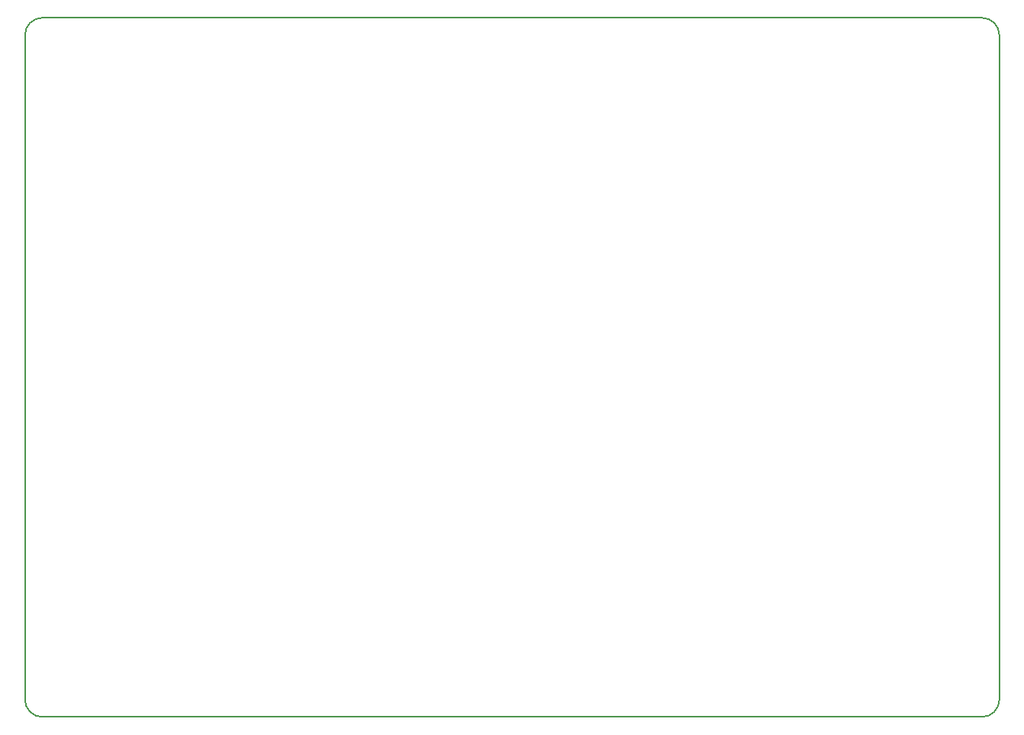
<source format=gbr>
G04 #@! TF.GenerationSoftware,KiCad,Pcbnew,(5.1.2)-1*
G04 #@! TF.CreationDate,2020-09-23T15:34:58+02:00*
G04 #@! TF.ProjectId,PSU_220vac_9vdc,5053555f-3232-4307-9661-635f39766463,rev?*
G04 #@! TF.SameCoordinates,Original*
G04 #@! TF.FileFunction,Profile,NP*
%FSLAX46Y46*%
G04 Gerber Fmt 4.6, Leading zero omitted, Abs format (unit mm)*
G04 Created by KiCad (PCBNEW (5.1.2)-1) date 2020-09-23 15:34:58*
%MOMM*%
%LPD*%
G04 APERTURE LIST*
%ADD10C,0.127000*%
G04 APERTURE END LIST*
D10*
X128905000Y-45720000D02*
G75*
G02X130810000Y-47625000I0J-1905000D01*
G01*
X130810000Y-121285000D02*
G75*
G02X128905000Y-123190000I-1905000J0D01*
G01*
X24765000Y-123190000D02*
G75*
G02X22860000Y-121285000I0J1905000D01*
G01*
X22860000Y-47625000D02*
G75*
G02X24765000Y-45720000I1905000J0D01*
G01*
X130810000Y-121285000D02*
X130810000Y-47625000D01*
X24765000Y-45720000D02*
X128905000Y-45720000D01*
X24765000Y-123190000D02*
X128905000Y-123190000D01*
X22860000Y-47625000D02*
X22860000Y-121285000D01*
M02*

</source>
